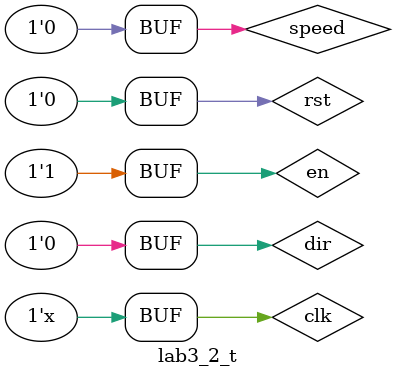
<source format=v>
`timescale 1ns / 1ps


module lab3_2_t ;
    reg clk;
    reg rst;
    reg en;
    reg speed;
    reg dir;
    wire [15:0] led;
    wire [3:0] state;
    wire [3:0] count;
    // wire [3:0] clk_div_use;

    lab3_2 test (
        .clk(clk),
        .rst(rst),
        .en(en),
        .speed(speed),
        .dir(dir),
        .led(led),
        .state(state),
        .count(count)
        // .clk_div_use(clk_div_use)
    );
    always begin
        #5 clk = ~clk;
    end
    initial begin
        clk = 0;
        rst = 1;
        en = 0;
        speed = 0;
        dir = 0;

        #10;
        en = 1;
        rst = 0;
    end
endmodule

</source>
